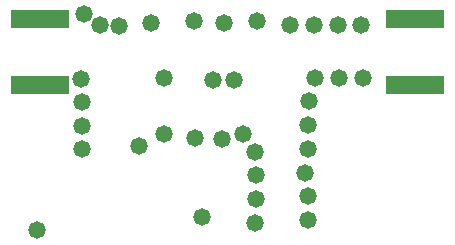
<source format=gbr>
%TF.GenerationSoftware,Altium Limited,Altium Designer,20.0.10 (225)*%
G04 Layer_Color=16711935*
%FSLAX26Y26*%
%MOIN*%
%TF.FileFunction,Soldermask,Bot*%
%TF.Part,Single*%
G01*
G75*
%TA.AperFunction,SMDPad,CuDef*%
%ADD13R,0.196850X0.062992*%
%TA.AperFunction,ViaPad*%
%ADD17C,0.058000*%
D13*
X3107874Y2778343D02*
D03*
Y2560232D02*
D03*
X1860630D02*
D03*
Y2778343D02*
D03*
D17*
X2190000Y2355000D02*
D03*
X2005000Y2795000D02*
D03*
X1995000Y2580000D02*
D03*
X2692400Y2757662D02*
D03*
X2771927D02*
D03*
X2851455D02*
D03*
X2930982D02*
D03*
X2582185Y2771136D02*
D03*
X2473248Y2766764D02*
D03*
X2505000Y2575000D02*
D03*
X2435000D02*
D03*
X2376491Y2380841D02*
D03*
X2465000Y2380000D02*
D03*
X2536013Y2395836D02*
D03*
X2272342Y2395913D02*
D03*
X2228175Y2766798D02*
D03*
X2272342Y2580913D02*
D03*
X2372185Y2771136D02*
D03*
X2576548Y2336507D02*
D03*
X2579872Y2257049D02*
D03*
X2580616Y2177525D02*
D03*
X2576548Y2098101D02*
D03*
X2753452Y2107662D02*
D03*
X2752610Y2187185D02*
D03*
X2744249Y2266271D02*
D03*
X2753906Y2345211D02*
D03*
Y2424738D02*
D03*
X2755579Y2504248D02*
D03*
X2776724Y2580913D02*
D03*
X2856251D02*
D03*
X2935779D02*
D03*
X2057925Y2757662D02*
D03*
X1998594Y2502947D02*
D03*
X1999698Y2423427D02*
D03*
Y2343900D02*
D03*
X2123743Y2756536D02*
D03*
X1848414Y2073808D02*
D03*
X2400000Y2120000D02*
D03*
%TF.MD5,b72e496faaf0c6e30b5ced606079d4c8*%
M02*

</source>
